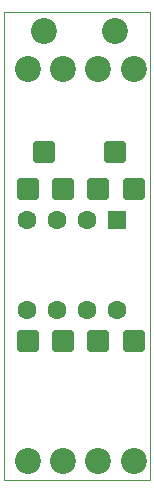
<source format=gbr>
%TF.GenerationSoftware,KiCad,Pcbnew,9.0.0*%
%TF.CreationDate,2025-05-11T23:31:38-04:00*%
%TF.ProjectId,WandLite,57616e64-4c69-4746-952e-6b696361645f,rev?*%
%TF.SameCoordinates,Original*%
%TF.FileFunction,Soldermask,Top*%
%TF.FilePolarity,Negative*%
%FSLAX46Y46*%
G04 Gerber Fmt 4.6, Leading zero omitted, Abs format (unit mm)*
G04 Created by KiCad (PCBNEW 9.0.0) date 2025-05-11 23:31:38*
%MOMM*%
%LPD*%
G01*
G04 APERTURE LIST*
G04 Aperture macros list*
%AMRoundRect*
0 Rectangle with rounded corners*
0 $1 Rounding radius*
0 $2 $3 $4 $5 $6 $7 $8 $9 X,Y pos of 4 corners*
0 Add a 4 corners polygon primitive as box body*
4,1,4,$2,$3,$4,$5,$6,$7,$8,$9,$2,$3,0*
0 Add four circle primitives for the rounded corners*
1,1,$1+$1,$2,$3*
1,1,$1+$1,$4,$5*
1,1,$1+$1,$6,$7*
1,1,$1+$1,$8,$9*
0 Add four rect primitives between the rounded corners*
20,1,$1+$1,$2,$3,$4,$5,0*
20,1,$1+$1,$4,$5,$6,$7,0*
20,1,$1+$1,$6,$7,$8,$9,0*
20,1,$1+$1,$8,$9,$2,$3,0*%
G04 Aperture macros list end*
%ADD10C,2.200000*%
%ADD11RoundRect,0.250000X0.675000X0.675000X-0.675000X0.675000X-0.675000X-0.675000X0.675000X-0.675000X0*%
%ADD12RoundRect,0.250000X-0.675000X-0.675000X0.675000X-0.675000X0.675000X0.675000X-0.675000X0.675000X0*%
%ADD13RoundRect,0.250000X-0.550000X0.550000X-0.550000X-0.550000X0.550000X-0.550000X0.550000X0.550000X0*%
%ADD14C,1.600000*%
%TA.AperFunction,Profile*%
%ADD15C,0.050000*%
%TD*%
G04 APERTURE END LIST*
D10*
%TO.C,J6*%
X136800000Y-61400000D03*
D11*
X136800000Y-71600000D03*
%TD*%
D10*
%TO.C,J7*%
X133800000Y-61400000D03*
D11*
X133800000Y-71600000D03*
%TD*%
D10*
%TO.C,J8*%
X135200000Y-58200000D03*
D11*
X135200000Y-68400000D03*
%TD*%
D10*
%TO.C,J10*%
X142800000Y-94600000D03*
D12*
X142800000Y-84400000D03*
%TD*%
D10*
%TO.C,J11*%
X139800000Y-94600000D03*
D12*
X139800000Y-84400000D03*
%TD*%
D10*
%TO.C,J12*%
X136800000Y-94600000D03*
D12*
X136800000Y-84400000D03*
%TD*%
D10*
%TO.C,J13*%
X133800000Y-94600000D03*
D12*
X133800000Y-84400000D03*
%TD*%
D10*
%TO.C,J14*%
X141200000Y-58200000D03*
D11*
X141200000Y-68400000D03*
%TD*%
D13*
%TO.C,U1*%
X141400000Y-74195000D03*
D14*
X138860000Y-74195000D03*
X136320000Y-74195000D03*
X133780000Y-74195000D03*
X133780000Y-81815000D03*
X136320000Y-81815000D03*
X138860000Y-81815000D03*
X141400000Y-81815000D03*
%TD*%
D11*
%TO.C,J5*%
X139800000Y-71600000D03*
D10*
X139800000Y-61400000D03*
%TD*%
D11*
%TO.C,J3*%
X142800000Y-71600000D03*
D10*
X142800000Y-61400000D03*
%TD*%
D15*
X131800000Y-56600000D02*
X144200728Y-56600000D01*
X144200728Y-96200000D01*
X131800000Y-96200000D01*
X131800000Y-56600000D01*
M02*

</source>
